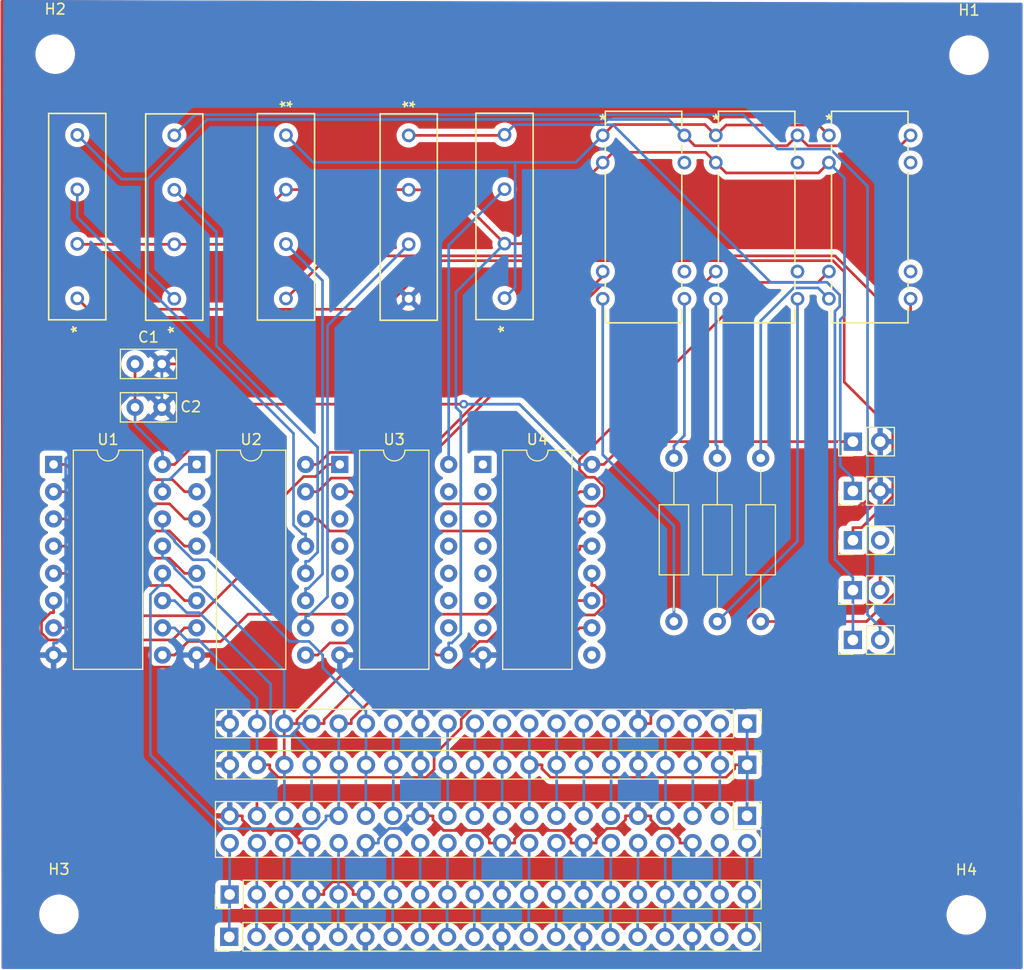
<source format=kicad_pcb>
(kicad_pcb (version 20240108) (generator "pcbnew") (generator_version "8.0")
  (layers (0 "F.Cu" signal) (31 "B.Cu" signal) (34 "B.Paste" user) (35 "F.Paste" user) (36 "B.SilkS" user "B.Silkscreen") (37 "F.SilkS" user "F.Silkscreen") (38 "B.Mask" user) (39 "F.Mask" user) (44 "Edge.Cuts" user))
  (net 0 "")
  (net 1 "Net-(J1-GPIO21{slash}PCM_DOUT)")
  (net 2 "B")
  (net 3 "+12V")
  (net 4 "Net-(K1-Pad7)")
  (net 5 "Net-(K1-Pad8)")
  (net 8 "A")
  (net 9 "Net-(K2-Pad7)")
  (net 10 "Net-(K2-Pad8)")
  (net 13 "Net-(K3-Pad7)")
  (net 14 "Net-(K3-Pad8)")
  (net 17 "+5V")
  (net 18 "/SER1")
  (net 19 "/RCLK")
  (net 20 "/SRCLK")
  (net 21 "/~{SRCLR}")
  (net 22 "VCC")
  (net 23 "D")
  (net 24 "/O_{11}")
  (net 25 "/O_{12}")
  (net 26 "/O_{13}")
  (net 27 "/O_{15}")
  (net 28 "Net-(MES1-+)")
  (net 29 "/~{OE}")
  (net 30 "/O_{16}")
  (net 31 "Net-(MES3-+)")
  (net 32 "C")
  (net 33 "/O_{17}")
  (net 34 "Net-(J1-GPIO25)")
  (net 35 "Net-(J1-GPIO8{slash}CE0)")
  (net 36 "Net-(J1-GPIO14{slash}TXD)")
  (net 37 "Net-(J1-GPIO12{slash}PWM0)")
  (net 38 "Net-(J1-GPIO20{slash}PCM_DIN)")
  (net 39 "Net-(J5-Pin_19)")
  (net 40 "Net-(J1-GPIO7{slash}CE1)")
  (net 41 "/O_{21}")
  (net 42 "Net-(J5-Pin_20)")
  (net 43 "/I_{12}")
  (net 44 "Net-(J1-GPIO15{slash}RXD)")
  (net 45 "/I_{13}")
  (net 46 "/I_{14}")
  (net 47 "Net-(J1-GPIO18{slash}PCM_CLK)")
  (net 48 "/I_{15}")
  (net 49 "Net-(J1-GPIO16)")
  (net 50 "Net-(J1-GPIO1{slash}ID_SC)")
  (net 51 "GND")
  (net 52 "/I_{16}")
  (net 53 "/I_{17}")
  (net 54 "/I_{21}")
  (net 55 "/SER2")
  (net 56 "/I_{11}")
  (net 57 "/O_{14}")
  (net 58 "/I_{22}")
  (net 59 "/I_{23}")
  (net 60 "/I_{24}")
  (net 61 "/I_{25}")
  (net 62 "/I_{26}")
  (net 63 "/I_{27}")
  (net 64 "/O_{27}")
  (net 65 "/O_{26}")
  (net 66 "/O_{25}")
  (net 67 "/O_{24}")
  (net 68 "/O_{23}")
  (net 69 "/O_{22}")
  (net 78 "Net-(J1-GPIO23)")
  (net 79 "Net-(J1-GPIO24)")
  (net 80 "Net-(J1-GPIO0{slash}ID_SD)")
  (net 81 "Net-(J1-GPIO11{slash}SCLK)")
  (net 82 "Net-(J1-GPIO17)")
  (net 83 "Net-(J1-GPIO10{slash}MOSI)")
  (net 84 "Net-(J1-GPIO9{slash}MISO)")
  (net 85 "Net-(J1-3v3Power)")
  (net 86 "Net-(J1-GPIO27)")
  (net 87 "Net-(J1-GPIO2{slash}SDA)")
  (net 88 "Net-(J1-3V3Power)")
  (net 89 "Net-(J1-GPIO4{slash}GPCLK0)")
  (net 90 "Net-(J1-GPIO3{slash}SCL)")
  (net 91 "Net-(J1-GPIO22)")
  (footprint "Package_DIP:DIP-16_W10.16mm" (layer "F.Cu") (at 125.55 73.78)
    (property "Reference" "U1")
    (property "Value" "74HC595N_112")
  )
  (footprint "rele_SPST_tese:SIP_3570-1331_COM" (layer "F.Cu") (at 127.76 58.28 90)
    (property "Reference" "K4" (hide yes))
    (property "Value" "3570-1331-123" (hide yes))
  )
  (footprint "Connector_PinHeader_2.54mm:PinHeader_1x20_P2.54mm_Vertical" (layer "F.Cu") (at 190.25 97.95 -90)
    (property "Reference" "J8" (hide yes))
    (property "Value" "Ext_OUT_PI" (hide yes))
  )
  (footprint "Resistor_THT:R_Axial_DIN0207_L6.3mm_D2.5mm_P15.24mm_Horizontal" (layer "F.Cu") (at 183.42 88.43 90)
    (property "Reference" "R1" (hide yes))
    (property "Value" "R1" (hide yes))
  )
  (footprint "Resistor_THT:R_Axial_DIN0207_L6.3mm_D2.5mm_P15.24mm_Horizontal" (layer "F.Cu") (at 191.52 88.43 90)
    (property "Reference" "R3" (hide yes))
    (property "Value" "R3" (hide yes))
  )
  (footprint "Package_DIP:DIP-16_W10.16mm" (layer "F.Cu") (at 165.6 73.78)
    (property "Reference" "U4")
    (property "Value" "74HC595N_112")
  )
  (footprint "MountingHole:MountingHole_3.2mm_M3" (layer "F.Cu") (at 210.7 115.8)
    (property "Reference" "H4")
    (property "Value" "MountingHole")
  )
  (footprint "Connector_PinHeader_2.54mm:PinHeader_1x02_P2.54mm_Vertical" (layer "F.Cu") (at 200.12 85.5 90)
    (property "Reference" "MES3" (hide yes))
    (property "Value" "Ammeter_DC")
  )
  (footprint "rele_SPST_tese:SIP_3570-1331_COM" (layer "F.Cu") (at 167.62 58.26 90)
    (property "Reference" "K8" (hide yes))
    (property "Value" "3570-1331-123" (hide yes))
  )
  (footprint "rele_SPST_tese:SIP_3570-1331_COM" (layer "F.Cu") (at 158.68 43.08 -90)
    (property "Reference" "K7" (hide yes))
    (property "Value" "3570-1331-123" (hide yes))
  )
  (footprint "Connector_PinHeader_2.54mm:PinHeader_1x20_P2.54mm_Vertical" (layer "F.Cu") (at 141.97 113.9 90)
    (property "Reference" "J5" (hide yes))
    (property "Value" "Ext_OUT_PI" (hide yes))
  )
  (footprint "rele_DPST_tese:RELAY8_3572-1220-053_COM" (layer "F.Cu") (at 197.8808 43.08)
    (property "Reference" "K3" (hide yes))
    (property "Value" "3572-1220-123" (hide yes))
  )
  (footprint "Connector_PinHeader_2.54mm:PinHeader_1x02_P2.54mm_Vertical" (layer "F.Cu") (at 200.12 90.15 90)
    (property "Reference" "MES1" (hide yes))
    (property "Value" "Voltmeter_DC")
  )
  (footprint "MountingHole:MountingHole_3.2mm_M3" (layer "F.Cu") (at 126.05 115.75)
    (property "Reference" "H3")
    (property "Value" "MountingHole")
  )
  (footprint "Capacitor_THT:C_Disc_D5.0mm_W2.5mm_P2.50mm" (layer "F.Cu") (at 133.15 64.4)
    (property "Reference" "C1")
    (property "Value" "0.1uF")
  )
  (footprint "Resistor_THT:R_Axial_DIN0207_L6.3mm_D2.5mm_P15.24mm_Horizontal" (layer "F.Cu") (at 187.47 88.43 90)
    (property "Reference" "R2" (hide yes))
    (property "Value" "R2" (hide yes))
  )
  (footprint "Connector_PinHeader_2.54mm:PinHeader_2x20_P2.54mm_Vertical" (layer "F.Cu") (at 190.24 106.56 -90)
    (property "Reference" "J1" (hide yes))
    (property "Value" "Raspberry PI5")
  )
  (footprint "Connector_PinHeader_2.54mm:PinHeader_1x02_P2.54mm_Vertical" (layer "F.Cu") (at 200.12 71.65 90)
    (property "Reference" "J4" (hide yes))
    (property "Value" "Fonte 5V")
  )
  (footprint "rele_DPST_tese:RELAY8_3572-1220-053_COM" (layer "F.Cu") (at 176.78 43.08)
    (property "Reference" "K1" (hide yes))
    (property "Value" "3572-1220-123" (hide yes))
  )
  (footprint "Connector_PinHeader_2.54mm:PinHeader_1x02_P2.54mm_Vertical" (layer "F.Cu") (at 200.12 80.85 90)
    (property "Reference" "J2" (hide yes))
    (property "Value" "Fonte dc")
  )
  (footprint "rele_DPST_tese:RELAY8_3572-1220-053_COM" (layer "F.Cu") (at 187.3304 43.08)
    (property "Reference" "K2" (hide yes))
    (property "Value" "3572-1220-123" (hide yes))
  )
  (footprint "Capacitor_THT:C_Disc_D5.0mm_W2.5mm_P2.50mm" (layer "F.Cu") (at 133.15 68.45)
    (property "Reference" "C2")
    (property "Value" "0.1uF")
  )
  (footprint "Connector_PinHeader_2.54mm:PinHeader_1x02_P2.54mm_Vertical" (layer "F.Cu") (at 200.12 76.25 90)
    (property "Reference" "J3" (hide yes))
    (property "Value" "Fonte 12V")
  )
  (footprint "Package_DIP:DIP-16_W10.16mm" (layer "F.Cu") (at 138.9 73.78)
    (property "Reference" "U2")
    (property "Value" "ULN2003")
  )
  (footprint "rele_SPST_tese:SIP_3570-1331_COM" (layer "F.Cu") (at 147.23 43.06 -90)
    (property "Reference" "K6" (hide yes))
    (property "Value" "3570-1331-123" (hide yes))
  )
  (footprint "MountingHole:MountingHole_3.2mm_M3" (layer "F.Cu") (at 125.7 35.5)
    (property "Reference" "H2")
    (property "Value" "MountingHole")
  )
  (footprint "rele_SPST_tese:SIP_3570-1331_COM" (layer "F.Cu") (at 136.81 58.32 90)
    (property "Reference" "K5" (hide yes))
    (property "Value" "3570-1331-123" (hide yes))
  )
  (footprint "MountingHole:MountingHole_3.2mm_M3" (layer "F.Cu") (at 210.95 35.6)
    (property "Reference" "H1")
    (property "Value" "MountingHole")
  )
  (footprint "Connector_PinHeader_2.54mm:PinHeader_1x20_P2.54mm_Vertical" (layer "F.Cu") (at 141.94 117.85 90)
    (property "Reference" "J6" (hide yes))
    (property "Value" "Ext_OUT_PI" (hide yes))
  )
  (footprint "Package_DIP:DIP-16_W10.16mm" (layer "F.Cu") (at 152.25 73.78)
    (property "Reference" "U3")
    (property "Value" "ULN2003")
  )
  (footprint "Connector_PinHeader_2.54mm:PinHeader_1x20_P2.54mm_Vertical" (layer "F.Cu") (at 190.26 101.8 -90)
    (property "Reference" "J7" (hide yes))
    (property "Value" "Ext_OUT_PI" (hide yes))
  )
  (segment (start 141.97 115.0767) (end 141.94 115.1067) (width 0.25) (layer "B.Cu") (net 1))
  (segment (start 141.94 115.1067) (end 141.94 117.85) (width 0.25) (layer "B.Cu") (net 1))
  (segment (start 141.97 113.9) (end 141.97 115.0767) (width 0.25) (layer "B.Cu") (net 1))
  (segment (start 141.98 110.2767) (end 141.97 110.2867) (width 0.25) (layer "B.Cu") (net 1))
  (segment (start 141.97 110.2867) (end 141.97 113.9) (width 0.25) (layer "B.Cu") (net 1))
  (segment (start 141.98 109.1) (end 141.98 110.2767) (width 0.25) (layer "B.Cu") (net 1))
  (segment (start 176.78 43.08) (end 177.789 42.071) (width 0.25) (layer "F.Cu") (net 2))
  (segment (start 188.2968 42.1136) (end 196.9144 42.1136) (width 0.25) (layer "F.Cu") (net 2))
  (segment (start 186.3214 42.071) (end 187.3304 43.08) (width 0.25) (layer "F.Cu") (net 2))
  (segment (start 187.3304 43.08) (end 188.2968 42.1136) (width 0.25) (layer "F.Cu") (net 2))
  (segment (start 177.789 42.071) (end 186.3214 42.071) (width 0.25) (layer "F.Cu") (net 2))
  (segment (start 196.9144 42.1136) (end 197.8808 43.08) (width 0.25) (layer "F.Cu") (net 2))
  (segment (start 149.76 45.59) (end 147.23 43.06) (width 0.25) (layer "B.Cu") (net 2))
  (segment (start 168.6071 45.59) (end 149.76 45.59) (width 0.25) (layer "B.Cu") (net 2))
  (segment (start 174.27 45.59) (end 168.6071 45.59) (width 0.25) (layer "B.Cu") (net 2))
  (segment (start 168.6071 45.59) (end 168.6071 57.2729) (width 0.25) (layer "B.Cu") (net 2))
  (segment (start 176.78 43.08) (end 174.27 45.59) (width 0.25) (layer "B.Cu") (net 2))
  (segment (start 168.6071 57.2729) (end 167.62 58.26) (width 0.25) (layer "B.Cu") (net 2))
  (segment (start 176.78 45.62) (end 169.22 53.18) (width 0.25) (layer "F.Cu") (net 3))
  (segment (start 187.3304 45.62) (end 188.2921 46.5817) (width 0.25) (layer "F.Cu") (net 3))
  (segment (start 136.81 53.24) (end 127.8 53.24) (width 0.25) (layer "F.Cu") (net 3))
  (segment (start 158.68 48.16) (end 158.66 48.14) (width 0.25) (layer "F.Cu") (net 3))
  (segment (start 162.41 91.56) (end 161.2833 91.56) (width 0.25) (layer "F.Cu") (net 3))
  (segment (start 158.68 48.16) (end 162.6 48.16) (width 0.25) (layer "F.Cu") (net 3))
  (segment (start 147.23 48.14) (end 142.13 53.24) (width 0.25) (layer "F.Cu") (net 3))
  (segment (start 169.22 53.18) (end 167.62 53.18) (width 0.25) (layer "F.Cu") (net 3))
  (segment (start 186.3686 44.6582) (end 177.7418 44.6582) (width 0.25) (layer "F.Cu") (net 3))
  (segment (start 177.7418 44.6582) (end 176.78 45.62) (width 0.25) (layer "F.Cu") (net 3))
  (segment (start 158.66 48.14) (end 147.23 48.14) (width 0.25) (layer "F.Cu") (net 3))
  (segment (start 187.3304 45.62) (end 186.3686 44.6582) (width 0.25) (layer "F.Cu") (net 3))
  (segment (start 151.3134 90.4333) (end 150.1867 91.56) (width 0.25) (layer "F.Cu") (net 3))
  (segment (start 161.2833 91.56) (end 160.1566 90.4333) (width 0.25) (layer "F.Cu") (net 3))
  (segment (start 127.8 53.24) (end 127.76 53.2) (width 0.25) (layer "F.Cu") (net 3))
  (segment (start 160.1566 90.4333) (end 151.3134 90.4333) (width 0.25) (layer "F.Cu") (net 3))
  (segment (start 149.06 91.56) (end 150.1867 91.56) (width 0.25) (layer "F.Cu") (net 3))
  (segment (start 196.9191 46.5817) (end 197.8808 45.62) (width 0.25) (layer "F.Cu") (net 3))
  (segment (start 188.2921 46.5817) (end 196.9191 46.5817) (width 0.25) (layer "F.Cu") (net 3))
  (segment (start 162.6 48.16) (end 167.62 53.18) (width 0.25) (layer "F.Cu") (net 3))
  (segment (start 142.13 53.24) (end 136.81 53.24) (width 0.25) (layer "F.Cu") (net 3))
  (segment (start 198.9433 73.8966) (end 200.12 75.0733) (width 0.25) (layer "B.Cu") (net 3))
  (segment (start 163.5367 68.91) (end 163.5367 89.5884) (width 0.25) (layer "B.Cu") (net 3))
  (segment (start 163.5367 89.5884) (end 162.6918 90.4333) (width 0.25) (layer "B.Cu") (net 3))
  (segment (start 162.6918 90.4333) (end 162.41 90.4333) (width 0.25) (layer "B.Cu") (net 3))
  (segment (start 200.12 76.25) (end 200.12 75.0733) (width 0.25) (layer "B.Cu") (net 3))
  (segment (start 162.41 91.56) (end 162.41 90.4333) (width 0.25) (layer "B.Cu") (net 3))
  (segment (start 197.8808 45.62) (end 199.3394 47.0786) (width 0.25) (layer "B.Cu") (net 3))
  (segment (start 199.3394 47.0786) (end 199.3394 59.8664) (width 0.25) (layer "B.Cu") (net 3))
  (segment (start 167.62 53.18) (end 163.084 57.716) (width 0.25) (layer "B.Cu") (net 3))
  (segment (start 198.9433 60.2625) (end 198.9433 73.8966) (width 0.25) (layer "B.Cu") (net 3))
  (segment (start 163.084 68.4573) (end 163.5367 68.91) (width 0.25) (layer "B.Cu") (net 3))
  (segment (start 199.3394 59.8664) (end 198.9433 60.2625) (width 0.25) (layer "B.Cu") (net 3))
  (segment (start 163.084 57.716) (end 163.084 68.4573) (width 0.25) (layer "B.Cu") (net 3))
  (segment (start 176.78 72.8698) (end 183.42 79.5098) (width 0.25) (layer "B.Cu") (net 4))
  (segment (start 176.78 58.32) (end 176.78 72.8698) (width 0.25) (layer "B.Cu") (net 4))
  (segment (start 183.42 79.5098) (end 183.42 88.43) (width 0.25) (layer "B.Cu") (net 4))
  (segment (start 184.4 58.32) (end 184.4 71.0833) (width 0.25) (layer "B.Cu") (net 5))
  (segment (start 184.4 71.0833) (end 183.42 72.0633) (width 0.25) (layer "B.Cu") (net 5))
  (segment (start 183.42 73.19) (end 183.42 72.0633) (width 0.25) (layer "B.Cu") (net 5))
  (segment (start 185.3617 44.0417) (end 184.4 43.08) (width 0.25) (layer "F.Cu") (net 8))
  (segment (start 194.9504 43.08) (end 195.9178 44.0474) (width 0.25) (layer "F.Cu") (net 8))
  (segment (start 204.5334 44.0474) (end 205.5008 43.08) (width 0.25) (layer "F.Cu") (net 8))
  (segment (start 194.9504 43.08) (end 193.9887 44.0417) (width 0.25) (layer "F.Cu") (net 8))
  (segment (start 195.9178 44.0474) (end 204.5334 44.0474) (width 0.25) (layer "F.Cu") (net 8))
  (segment (start 193.9887 44.0417) (end 185.3617 44.0417) (width 0.25) (layer "F.Cu") (net 8))
  (segment (start 131.8798 47.1598) (end 127.76 43.04) (width 0.25) (layer "B.Cu") (net 8))
  (segment (start 136.81 58.32) (end 134.31 55.82) (width 0.25) (layer "B.Cu") (net 8))
  (segment (start 139.8751 41.5947) (end 182.9147 41.5947) (width 0.25) (layer "B.Cu") (net 8))
  (segment (start 182.9147 41.5947) (end 184.4 43.08) (width 0.25) (layer "B.Cu") (net 8))
  (segment (start 134.31 55.82) (end 134.31 47.1598) (width 0.25) (layer "B.Cu") (net 8))
  (segment (start 134.31 47.1598) (end 139.8751 41.5947) (width 0.25) (layer "B.Cu") (net 8))
  (segment (start 134.31 47.1598) (end 131.8798 47.1598) (width 0.25) (layer "B.Cu") (net 8))
  (segment (start 187.47 73.19) (end 187.47 72.0633) (width 0.25) (layer "B.Cu") (net 9))
  (segment (start 187.3304 71.9237) (end 187.47 72.0633) (width 0.25) (layer "B.Cu") (net 9))
  (segment (start 187.3304 58.32) (end 187.3304 71.9237) (width 0.25) (layer "B.Cu") (net 9))
  (segment (start 194.9504 80.9496) (end 187.47 88.43) (width 0.25) (layer "B.Cu") (net 10))
  (segment (start 194.9504 58.32) (end 194.9504 80.9496) (width 0.25) (layer "B.Cu") (net 10))
  (segment (start 194.5915 57.3106) (end 191.52 60.3821) (width 0.25) (layer "B.Cu") (net 13))
  (segment (start 196.8714 57.3106) (end 194.5915 57.3106) (width 0.25) (layer "B.Cu") (net 13))
  (segment (start 191.52 60.3821) (end 191.52 73.19) (width 0.25) (layer "B.Cu") (net 13))
  (segment (start 197.8808 58.32) (end 196.8714 57.3106) (width 0.25) (layer "B.Cu") (net 13))
  (segment (start 201.3968 88.43) (end 191.52 88.43) (width 0.25) (layer "F.Cu") (net 14))
  (segment (start 205.5008 58.32) (end 205.5008 84.326) (width 0.25) (layer "F.Cu") (net 14))
  (segment (start 205.5008 84.326) (end 201.3968 88.43) (width 0.25) (layer "F.Cu") (net 14))
  (segment (start 133.15 68.45) (end 133.15 64.4) (width 0.25) (layer "F.Cu") (net 17))
  (segment (start 179.0167 71.65) (end 200.12 71.65) (width 0.25) (layer "F.Cu") (net 17))
  (segment (start 135.71 73.78) (end 136.8367 73.78) (width 0.25) (layer "F.Cu") (net 17))
  (segment (start 176.8867 73.78) (end 179.0167 71.65) (width 0.25) (layer "F.Cu") (net 17))
  (segment (start 175.76 73.78) (end 176.8867 73.78) (width 0.25) (layer "F.Cu") (net 17))
  (segment (start 142.4602 68.1565) (end 163.8108 68.1565) (width 0.25) (layer "F.Cu") (net 17))
  (segment (start 136.8367 73.78) (end 142.4602 68.1565) (width 0.25) (layer "F.Cu") (net 17))
  (via (at 163.8108 68.1565) (size 0.8) (drill 0.4) (layers "F.Cu" "B.Cu") (net 17))
  (segment (start 135.71 73.78) (end 135.71 72.6533) (width 0.25) (layer "B.Cu") (net 17))
  (segment (start 135.71 72.6533) (end 133.15 70.0933) (width 0.25) (layer "B.Cu") (net 17))
  (segment (start 175.76 73.78) (end 174.6333 73.78) (width 0.25) (layer "B.Cu") (net 17))
  (segment (start 174.6333 73.78) (end 169.0098 68.1565) (width 0.25) (layer "B.Cu") (net 17))
  (segment (start 133.15 70.0933) (end 133.15 68.45) (width 0.25) (layer "B.Cu") (net 17))
  (segment (start 169.0098 68.1565) (end 163.8108 68.1565) (width 0.25) (layer "B.Cu") (net 17))
  (segment (start 150.655 92.7383) (end 154.69 96.7733) (width 0.25) (layer "B.Cu") (net 18))
  (segment (start 135.71 78.86) (end 135.71 79.9867) (width 0.25) (layer "B.Cu") (net 18))
  (segment (start 147.562 90.29) (end 149.3887 90.29) (width 0.25) (layer "B.Cu") (net 18))
  (segment (start 135.71 79.9867) (end 135.9717 79.9867) (width 0.25) (layer "B.Cu") (net 18))
  (segment (start 149.3887 90.29) (end 150.655 91.5563) (width 0.25) (layer "B.Cu") (net 18))
  (segment (start 139.942 82.67) (end 147.562 90.29) (width 0.25) (layer "B.Cu") (net 18))
  (segment (start 138.5313 82.67) (end 139.942 82.67) (width 0.25) (layer "B.Cu") (net 18))
  (segment (start 154.7 101.8) (end 154.7 102.9767) (width 0.25) (layer "B.Cu") (net 18))
  (segment (start 136.8367 80.8517) (end 136.8367 80.9754) (width 0.25) (layer "B.Cu") (net 18))
  (segment (start 154.7 101.8) (end 154.7 99.1367) (width 0.25) (layer "B.Cu") (net 18))
  (segment (start 154.69 97.95) (end 154.69 99.1267) (width 0.25) (layer "B.Cu") (net 18))
  (segment (start 150.655 91.5563) (end 150.655 92.7383) (width 0.25) (layer "B.Cu") (net 18))
  (segment (start 136.8367 80.9754) (end 138.5313 82.67) (width 0.25) (layer "B.Cu") (net 18))
  (segment (start 135.9717 79.9867) (end 136.8367 80.8517) (width 0.25) (layer "B.Cu") (net 18))
  (segment (start 154.69 97.95) (end 154.69 96.7733) (width 0.25) (layer "B.Cu") (net 18))
  (segment (start 154.68 102.9967) (end 154.7 102.9767) (width 0.25) (layer "B.Cu") (net 18))
  (segment (start 154.7 99.1367) (end 154.69 99.1267) (width 0.25) (layer "B.Cu") (net 18))
  (segment (start 154.68 106.56) (end 154.68 102.9967) (width 0.25) (layer "B.Cu") (net 18))
  (segment (start 153.3267 97.95) (end 153.3267 97.5823) (width 0.25) (layer "F.Cu") (net 19))
  (segment (start 176.9064 85.9314) (end 176.0417 85.0667) (width 0.25) (layer "F.Cu") (net 19))
  (segment (start 166.4121 94.8046) (end 173.3928 87.8239) (width 0.25) (layer "F.Cu") (net 19))
  (segment (start 156.1044 94.8046) (end 166.4121 94.8046) (width 0.25) (layer "F.Cu") (net 19))
  (segment (start 152.15 97.95) (end 153.3267 97.95) (width 0.25) (layer "F.Cu") (net 19))
  (segment (start 175.76 83.94) (end 175.76 85.0667) (width 0.25) (layer "F.Cu") (net 19))
  (segment (start 173.3928 87.8239) (end 176.0283 87.8239) (width 0.25) (layer "F.Cu") (net 19))
  (segment (start 176.9064 86.9458) (end 176.9064 85.9314) (width 0.25) (layer "F.Cu") (net 19))
  (segment (start 176.0283 87.8239) (end 176.9064 86.9458) (width 0.25) (layer "F.Cu") (net 19))
  (segment (start 176.0417 85.0667) (end 175.76 85.0667) (width 0.25) (layer "F.Cu") (net 19))
  (segment (start 153.3267 97.5823) (end 156.1044 94.8046) (width 0.25) (layer "F.Cu") (net 19))
  (segment (start 152.15 97.95) (end 152.15 100.6133) (width 0.25) (layer "B.Cu") (net 19))
  (segment (start 134.5833 85.9116) (end 135.4282 85.0667) (width 0.25) (layer "B.Cu") (net 19))
  (segment (start 152.16 105.3633) (end 152.16 101.8) (width 0.25) (layer "B.Cu") (net 19))
  (segment (start 150.1404 107.7506) (end 141.4587 107.7506) (width 0.25) (layer "B.Cu") (net 19))
  (segment (start 152.15 100.6133) (end 152.16 100.6233) (width 0.25) (layer "B.Cu") (net 19))
  (segment (start 152.16 101.8) (end 152.16 100.6233) (width 0.25) (layer "B.Cu") (net 19))
  (segment (start 150.9633 106.9277) (end 150.1404 107.7506) (width 0.25) (layer "B.Cu") (net 19))
  (segment (start 135.4282 85.0667) (end 135.71 85.0667) (width 0.25) (layer "B.Cu") (net 19))
  (segment (start 135.71 83.94) (end 135.71 85.0667) (width 0.25) (layer "B.Cu") (net 19))
  (segment (start 141.4587 107.7506) (end 134.5833 100.8752) (width 0.25) (layer "B.Cu") (net 19))
  (segment (start 152.14 105.9716) (end 152.14 106.56) (width 0.25) (layer "B.Cu") (net 19))
  (segment (start 152.14 105.9716) (end 152.14 105.3833) (width 0.25) (layer "B.Cu") (net 19))
  (segment (start 150.9633 106.56) (end 150.9633 106.9277) (width 0.25) (layer "B.Cu") (net 19))
  (segment (start 134.5833 100.8752) (end 134.5833 85.9116) (width 0.25) (layer "B.Cu") (net 19))
  (segment (start 152.14 105.3833) (end 152.16 105.3633) (width 0.25) (layer "B.Cu") (net 19))
  (segment (start 152.14 106.56) (end 150.9633 106.56) (width 0.25) (layer "B.Cu") (net 19))
  (segment (start 149.61 97.95) (end 150.7867 97.95) (width 0.25) (layer "F.Cu") (net 20))
  (segment (start 154.4723 93.903) (end 166.5718 93.903) (width 0.25) (layer "F.Cu") (net 20))
  (segment (start 150.7867 97.95) (end 150.7867 97.5886) (width 0.25) (layer "F.Cu") (net 20))
  (segment (start 150.7867 97.5886) (end 154.4723 93.903) (width 0.25) (layer "F.Cu") (net 20))
  (segment (start 175.76 86.48) (end 174.6333 86.48) (width 0.25) (layer "F.Cu") (net 20))
  (segment (start 166.5718 93.903) (end 173.9948 86.48) (width 0.25) (layer "F.Cu") (net 20))
  (segment (start 173.9948 86.48) (end 174.6333 86.48) (width 0.25) (layer "F.Cu") (net 20))
  (segment (start 137.9634 87.6067) (end 136.8367 86.48) (width 0.25) (layer "B.Cu") (net 20))
  (segment (start 149.61 97.95) (end 148.4333 97.95) (width 0.25) (layer "B.Cu") (net 20))
  (segment (start 149.62 105.3633) (end 149.62 101.8) (width 0.25) (layer "B.Cu") (net 20))
  (segment (start 145.8 98.405) (end 145.8 94.2686) (width 0.25) (layer "B.Cu") (net 20))
  (segment (start 148.4333 97.95) (end 148.4333 98.3177) (width 0.25) (layer "B.Cu") (net 20))
  (segment (start 149.6 105.3833) (end 149.62 105.3633) (width 0.25) (layer "B.Cu") (net 20))
  (segment (start 148.4333 98.3177) (end 147.8739 98.8771) (width 0.25) (layer "B.Cu") (net 20))
  (segment (start 149.6 106.56) (end 149.6 105.3833) (width 0.25) (layer "B.Cu") (net 20))
  (segment (start 145.8 94.2686) (end 139.1381 87.6067) (width 0.25) (layer "B.Cu") (net 20))
  (segment (start 139.1381 87.6067) (end 137.9634 87.6067) (width 0.25) (layer "B.Cu") (net 20))
  (segment (start 147.8739 98.8771) (end 149.62 100.6233) (width 0.25) (layer "B.Cu") (net 20))
  (segment (start 146.5319 99.1369) (end 145.8 98.405) (width 0.25) (layer "B.Cu") (net 20))
  (segment (start 149.62 101.8) (end 149.62 100.6233) (width 0.25) (layer "B.Cu") (net 20))
  (segment (start 135.71 86.48) (end 136.8367 86.48) (width 0.25) (layer "B.Cu") (net 20))
  (segment (start 147.6141 99.1369) (end 146.5319 99.1369) (width 0.25) (layer "B.Cu") (net 20))
  (segment (start 147.8739 98.8771) (end 147.6141 99.1369) (width 0.25) (layer "B.Cu") (net 20))
  (segment (start 164.7376 96.3878) (end 163.58 97.5454) (width 0.25) (layer "F.Cu") (net 21))
  (segment (start 146.5256 102.9767) (end 145.7167 102.1678) (width 0.25) (layer "F.Cu") (net 21))
  (segment (start 146.5256 102.9767) (end 144.52 104.9823) (width 0.25) (layer "F.Cu") (net 21))
  (segment (start 160.3035 102.9767) (end 146.5256 102.9767) (width 0.25) (layer "F.Cu") (net 21))
  (segment (start 144.52 104.9823) (end 144.52 106.56) (width 0.25) (layer "F.Cu") (net 21))
  (segment (start 174.6333 89.02) (end 167.2655 96.3878) (width 0.25) (layer "F.Cu") (net 21))
  (segment (start 175.76 89.02) (end 174.6333 89.02) (width 0.25) (layer "F.Cu") (net 21))
  (segment (start 161.05 102.2302) (end 160.3035 102.9767) (width 0.25) (layer "F.Cu") (net 21))
  (segment (start 163.58 98.3494) (end 161.05 100.8794) (width 0.25) (layer "F.Cu") (net 21))
  (segment (start 161.05 100.8794) (end 161.05 102.2302) (width 0.25) (layer "F.Cu") (net 21))
  (segment (start 145.7167 102.1678) (end 145.7167 101.8) (width 0.25) (layer "F.Cu") (net 21))
  (segment (start 163.58 97.5454) (end 163.58 98.3494) (width 0.25) (layer "F.Cu") (net 21))
  (segment (start 144.54 101.8) (end 145.7167 101.8) (width 0.25) (layer "F.Cu") (net 21))
  (segment (start 167.2655 96.3878) (end 164.7376 96.3878) (width 0.25) (layer "F.Cu") (net 21))
  (segment (start 144.53 100.6133) (end 144.53 97.95) (width 0.25) (layer "B.Cu") (net 21))
  (segment (start 144.54 100.6233) (end 144.53 100.6133) (width 0.25) (layer "B.Cu") (net 21))
  (segment (start 144.53 97.95) (end 144.53 95.5944) (width 0.25) (layer "B.Cu") (net 21))
  (segment (start 135.71 89.02) (end 136.8367 89.02) (width 0.25) (layer "B.Cu") (net 21))
  (segment (start 137.9634 90.1467) (end 136.8367 89.02) (width 0.25) (layer "B.Cu") (net 21))
  (segment (start 144.53 95.5944) (end 139.0823 90.1467) (width 0.25) (layer "B.Cu") (net 21))
  (segment (start 139.0823 90.1467) (end 137.9634 90.1467) (width 0.25) (layer "B.Cu") (net 21))
  (segment (start 144.54 101.8) (end 144.54 100.6233) (width 0.25) (layer "B.Cu") (net 21))
  (segment (start 200.12 80.85) (end 200.12 79.6733) (width 0.25) (layer "F.Cu") (net 22))
  (segment (start 199.309 55.8132) (end 199.309 66.0923) (width 0.25) (layer "F.Cu") (net 22))
  (segment (start 203.8367 70.62) (end 203.8367 76.7656) (width 0.25) (layer "F.Cu") (net 22))
  (segment (start 128.7816 59.3016) (end 156.3383 59.3016) (width 0.25) (layer "F.Cu") (net 22))
  (segment (start 199.309 66.0923) (end 203.8367 70.62) (width 0.25) (layer "F.Cu") (net 22))
  (segment (start 203.8367 76.7656) (end 200.929 79.6733) (width 0.25) (layer "F.Cu") (net 22))
  (segment (start 200.929 79.6733) (end 200.12 79.6733) (width 0.25) (layer "F.Cu") (net 22))
  (segment (start 127.76 58.28) (end 128.7816 59.3016) (width 0.25) (layer "F.Cu") (net 22))
  (segment (start 160.8701 54.7698) (end 198.2656 54.7698) (width 0.25) (layer "F.Cu") (net 22))
  (segment (start 198.2656 54.7698) (end 199.309 55.8132) (width 0.25) (layer "F.Cu") (net 22))
  (segment (start 156.3383 59.3016) (end 160.8701 54.7698) (width 0.25) (layer "F.Cu") (net 22))
  (segment (start 151.3134 72.6533) (end 150.1867 73.78) (width 0.25) (layer "F.Cu") (net 24))
  (segment (start 160.3418 72.6533) (end 151.3134 72.6533) (width 0.25) (layer "F.Cu") (net 24))
  (segment (start 176.78 55.78) (end 176.78 56.2151) (width 0.25) (layer "F.Cu") (net 24))
  (segment (start 149.06 73.78) (end 150.1867 73.78) (width 0.25) (layer "F.Cu") (net 24))
  (segment (start 176.78 56.2151) (end 160.3418 72.6533) (width 0.25) (layer "F.Cu") (net 24))
  (segment (start 151.4568 75.0499) (end 158.6615 75.0499) (width 0.25) (layer "F.Cu") (net 25))
  (segment (start 150.1867 76.32) (end 151.4568 75.0499) (width 0.25) (layer "F.Cu") (net 25))
  (segment (start 149.06 76.32) (end 150.1867 76.32) (width 0.25) (layer "F.Cu") (net 25))
  (segment (start 176.6614 57.05) (end 186.0604 57.05) (width 0.25) (layer "F.Cu") (net 25))
  (segment (start 186.0604 57.05) (end 187.3304 55.78) (width 0.25) (layer "F.Cu") (net 25))
  (segment (start 158.6615 75.0499) (end 176.6614 57.05) (width 0.25) (layer "F.Cu") (net 25))
  (segment (start 197.8808 55.78) (end 196.8633 56.7975) (width 0.25) (layer "F.Cu") (net 26))
  (segment (start 176.0947 77.6717) (end 174.6966 77.6717) (width 0.25) (layer "F.Cu") (net 26))
  (segment (start 174.6081 74.2558) (end 175.3284 74.9761) (width 0.25) (layer "F.Cu") (net 26))
  (segment (start 174.6966 77.6717) (end 172.3816 79.9867) (width 0.25) (layer "F.Cu") (net 26))
  (segment (start 149.06 78.86) (end 150.1867 78.86) (width 0.25) (layer "F.Cu") (net 26))
  (segment (start 196.8633 56.7975) (end 191.1335 56.7975) (width 0.25) (layer "F.Cu") (net 26))
  (segment (start 191.1335 56.7975) (end 174.6081 73.3229) (width 0.25) (layer "F.Cu") (net 26))
  (segment (start 175.3284 74.9761) (end 176.0143 74.9761) (width 0.25) (layer "F.Cu") (net 26))
  (segment (start 151.3134 79.9867) (end 150.1867 78.86) (width 0.25) (layer "F.Cu") (net 26))
  (segment (start 174.6081 73.3229) (end 174.6081 74.2558) (width 0.25) (layer "F.Cu") (net 26))
  (segment (start 176.9287 75.8905) (end 176.9287 76.8377) (width 0.25) (layer "F.Cu") (net 26))
  (segment (start 176.0143 74.9761) (end 176.9287 75.8905) (width 0.25) (layer "F.Cu") (net 26))
  (segment (start 172.3816 79.9867) (end 151.3134 79.9867) (width 0.25) (layer "F.Cu") (net 26))
  (segment (start 176.9287 76.8377) (end 176.0947 77.6717) (width 0.25) (layer "F.Cu") (net 26))
  (segment (start 149.3418 82.8133) (end 149.06 82.8133) (width 0.25) (layer "B.Cu") (net 27))
  (segment (start 150.1867 81.9684) (end 149.3418 82.8133) (width 0.25) (layer "B.Cu") (net 27))
  (segment (start 149.06 83.94) (end 149.06 82.8133) (width 0.25) (layer "B.Cu") (net 27))
  (segment (start 140.7427 62.7276) (end 150.1867 72.1716) (width 0.25) (layer "B.Cu") (net 27))
  (segment (start 150.1867 72.1716) (end 150.1867 81.9684) (width 0.25) (layer "B.Cu") (net 27))
  (segment (start 140.7427 52.0927) (end 140.7427 62.7276) (width 0.25) (layer "B.Cu") (net 27))
  (segment (start 136.81 48.16) (end 140.7427 52.0927) (width 0.25) (layer "B.Cu") (net 27))
  (segment (start 138.747 41.143) (end 189.8834 41.143) (width 0.25) (layer "B.Cu") (net 28))
  (segment (start 193.0904 44.35) (end 198.0075 44.35) (width 0.25) (layer "B.Cu") (net 28))
  (segment (start 201.4833 47.8258) (end 201.4833 87.7966) (width 0.25) (layer "B.Cu") (net 28))
  (segment (start 201.4833 87.7966) (end 202.66 88.9733) (width 0.25) (layer "B.Cu") (net 28))
  (segment (start 202.66 90.15) (end 202.66 88.9733) (width 0.25) (layer "B.Cu") (net 28))
  (segment (start 198.0075 44.35) (end 201.4833 47.8258) (width 0.25) (layer "B.Cu") (net 28))
  (segment (start 189.8834 41.143) (end 193.0904 44.35) (width 0.25) (layer "B.Cu") (net 28))
  (segment (start 136.81 43.08) (end 138.747 41.143) (width 0.25) (layer "B.Cu") (net 28))
  (segment (start 152.6008 93.2282) (end 148.2467 97.5823) (width 0.25) (layer "F.Cu") (net 29))
  (segment (start 147.08 101.8) (end 147.08 100.6233) (width 0.25) (layer "F.Cu") (net 29))
  (segment (start 147.08 100.6233) (end 147.07 100.6133) (width 0.25) (layer "F.Cu") (net 29))
  (segment (start 147.07 97.95) (end 148.2467 97.95) (width 0.25) (layer "F.Cu") (net 29))
  (segment (start 165.2713 90.29) (end 164.005 91.5563) (width 0.25) (layer "F.Cu") (net 29))
  (segment (start 147.07 100.6133) (end 147.07 97.95) (width 0.25) (layer "F.Cu") (net 29))
  (segment (start 164.005 91.5563) (end 164.005 91.6974) (width 0.25) (layer "F.Cu") (net 29))
  (segment (start 162.4742 93.2282) (end 152.6008 93.2282) (width 0.25) (layer "F.Cu") (net 29))
  (segment (start 164.005 91.6974) (end 162.4742 93.2282) (width 0.25) (layer "F.Cu") (net 29))
  (segment (start 148.2467 97.5823) (end 148.2467 97.95) (width 0.25) (layer "F.Cu") (net 29))
  (segment (start 175.76 81.4) (end 174.6333 81.4) (width 0.25) (layer "F.Cu") (net 29))
  (segment (start 174.6333 81.4) (end 174.6333 81.6817) (width 0.25) (layer "F.Cu") (net 29))
  (segment (start 174.6333 81.6817) (end 166.025 90.29) (width 0.25) (layer "F.Cu") (net 29))
  (segment (start 166.025 90.29) (end 165.2713 90.29) (width 0.25) (layer "F.Cu") (net 29))
  (segment (start 136.8367 83.3567) (end 136.0067 82.5267) (width 0.25) (layer "B.Cu") (net 29))
  (segment (start 147.08 105.3633) (end 147.08 101.8) (width 0.25) (layer "B.Cu") (net 29))
  (segment (start 147.06 106.56) (end 147.06 105.3833) (width 0.25) (layer "B.Cu") (net 29))
  (segment (start 136.0067 82.5267) (end 135.71 82.5267) (width 0.25) (layer "B.Cu") (net 29))
  (segment (start 147.06 105.3833) (end 147.08 105.3633) (width 0.25) (layer "B.Cu") (net 29))
  (segment (start 147.07 97.95) (end 147.07 93.0338) (width 0.25) (layer "B.Cu") (net 29))
  (segment (start 147.07 93.0338) (end 139.2462 85.21) (width 0.25) (layer "B.Cu") (net 29))
  (segment (start 135.71 81.4) (end 135.71 82.5267) (width 0.25) (layer "B.Cu") (net 29))
  (segment (start 138.5713 85.21) (end 136.8367 83.4754) (width 0.25) (layer "B.Cu") (net 29))
  (segment (start 139.2462 85.21) (end 138.5713 85.21) (width 0.25) (layer "B.Cu") (net 29))
  (segment (start 136.8367 83.4754) (end 136.8367 83.3567) (width 0.25) (layer "B.Cu") (net 29))
  (segment (start 147.23 53.22) (end 150.6384 56.6284) (width 0.25) (layer "B.Cu") (net 30))
  (segment (start 149.06 86.48) (end 149.06 85.3533) (width 0.25) (layer "B.Cu") (net 30))
  (segment (start 150.6384 84.005) (end 149.2901 85.3533) (width 0.25) (layer "B.Cu") (net 30))
  (segment (start 149.2901 85.3533) (end 149.06 85.3533) (width 0.25) (layer "B.Cu") (net 30))
  (segment (start 150.6384 56.6284) (end 150.6384 84.005) (width 0.25) (layer "B.Cu") (net 30))
  (segment (start 198.4527 54.3181) (end 204.2884 60.1538) (width 0.25) (layer "F.Cu") (net 31))
  (segment (start 202.66 85.5) (end 202.66 84.3233) (width 0.25) (layer "F.Cu") (net 31))
  (segment (start 147.23 58.3) (end 151.2119 54.3181) (width 0.25) (layer "F.Cu") (net 31))
  (segment (start 204.2884 60.1538) (end 204.2884 82.6949) (width 0.25) (layer "F.Cu") (net 31))
  (segment (start 204.2884 82.6949) (end 202.66 84.3233) (width 0.25) (layer "F.Cu") (net 31))
  (segment (start 151.2119 54.3181) (end 198.4527 54.3181) (width 0.25) (layer "F.Cu") (net 31))
  (segment (start 158.68 43.08) (end 167.56 43.08) (width 0.25) (layer "F.Cu") (net 32))
  (segment (start 167.56 43.08) (end 167.62 43.02) (width 0.25) (layer "F.Cu") (net 32))
  (segment (start 200.12 85.5) (end 200.12 84.3233) (width 0.25) (layer "B.Cu") (net 32))
  (segment (start 167.62 43.02) (end 168.5584 42.0816) (width 0.25) (layer "B.Cu") (net 32))
  (segment (start 200.12 90.15) (end 200.12 85.5) (width 0.25) (layer "B.Cu") (net 32))
  (segment (start 198.4405 59.4898) (end 198.4405 82.6438) (width 0.25) (layer "B.Cu") (net 32))
  (segment (start 192.4325 56.7825) (end 197.7052 56.7825) (width 0.25) (layer "B.Cu") (net 32))
  (segment (start 177.7316 42.0816) (end 192.4325 56.7825) (width 0.25) (layer "B.Cu") (net 32))
  (segment (start 198.8877 57.965) (end 198.8877 59.0426) (width 0.25) (layer "B.Cu") (net 32))
  (segment (start 198.8877 59.0426) (end 198.4405 59.4898) (width 0.25) (layer "B.Cu") (net 32))
  (segment (start 197.7052 56.7825) (end 198.8877 57.965) (width 0.25) (layer "B.Cu") (net 32))
  (segment (start 168.5584 42.0816) (end 177.7316 42.0816) (width 0.25) (layer "B.Cu") (net 32))
  (segment (start 198.4405 82.6438) (end 200.12 84.3233) (width 0.25) (layer "B.Cu") (net 32))
  (segment (start 151.1068 86.1282) (end 149.3417 87.8933) (width 0.25) (layer "B.Cu") (net 33))
  (segment (start 151.1068 60.8132) (end 151.1068 86.1282) (width 0.25) (layer "B.Cu") (net 33))
  (segment (start 149.3417 87.8933) (end 149.06 87.8933) (width 0.25) (layer "B.Cu") (net 33))
  (segment (start 158.68 53.24) (end 151.1068 60.8132) (width 0.25) (layer "B.Cu") (net 33))
  (segment (start 149.06 89.02) (end 149.06 87.8933) (width 0.25) (layer "B.Cu") (net 33))
  (segment (start 164.83 115.0767) (end 164.8 115.1067) (width 0.25) (layer "B.Cu") (net 34))
  (segment (start 164.8 115.1067) (end 164.8 117.85) (width 0.25) (layer "B.Cu") (net 34))
  (segment (start 164.84 109.1) (end 164.84 110.2767) (width 0.25) (layer "B.Cu") (net 34))
  (segment (start 164.84 110.2767) (end 164.83 110.2867) (width 0.25) (layer "B.Cu") (net 34))
  (segment (start 164.83 113.9) (end 164.83 115.0767) (width 0.25) (layer "B.Cu") (net 34))
  (segment (start 164.83 110.2867) (end 164.83 113.9) (width 0.25) (layer "B.Cu") (net 34))
  (segment (start 162.3 109.1) (end 162.3 110.2767) (width 0.25) (layer "B.Cu") (net 35))
  (segment (start 162.29 115.0767) (end 162.26 115.1067) (width 0.25) (layer "B.Cu") (net 35))
  (segment (start 162.29 110.2867) (end 162.29 113.9) (width 0.25) (layer "B.Cu") (net 35))
  (segment (start 162.26 115.1067) (end 162.26 117.85) (width 0.25) (layer "B.Cu") (net 35))
  (segment (start 162.3 110.2767) (end 162.29 110.2867) (width 0.25) (layer "B.Cu") (net 35))
  (segment (start 162.29 113.9) (end 162.29 115.0767) (width 0.25) (layer "B.Cu") (net 35))
  (segment (start 182.62 110.2767) (end 182.61 110.2867) (width 0.25) (layer "B.Cu") (net 36))
  (segment (start 182.58 115.1067) (end 182.58 117.85) (width 0.25) (layer "B.Cu") (net 36))
  (segment (start 182.61 115.0767) (end 182.58 115.1067) (width 0.25) (layer "B.Cu") (net 36))
  (segment (start 182.61 113.9) (end 182.61 115.0767) (width 0.25) (layer "B.Cu") (net 36))
  (segment (start 182.61 110.2867) (end 182.61 113.9) (width 0.25) (layer "B.Cu") (net 36))
  (segment (start 182.62 109.1) (end 182.62 110.2767) (width 0.25) (layer "B.Cu") (net 36))
  (segment (start 152.14 109.1) (end 152.14 110.2767) (width 0.25) (layer "B.Cu") (net 37))
  (segment (start 152.1 115.1067) (end 152.1 117.85) (width 0.25) (layer "B.Cu") (net 37))
  (segment (start 152.13 110.2867) (end 152.13 113.9) (width 0.25) (layer "B.Cu") (net 37))
  (segment (start 152.13 113.9) (end 152.13 115.0767) (width 0.25) (layer "B.Cu") (net 37))
  (segment (start 152.13 115.0767) (end 152.1 115.1067) (width 0.25) (layer "B.Cu") (net 37))
  (segment (start 152.14 110.2767) (end 152.13 110.2867) (width 0.25) (layer "B.Cu") (net 37))
  (segment (start 144.51 110.2867) (end 144.51 113.9) (width 0.25) (layer "B.Cu") (net 38))
  (segment (start 144.51 116.6433) (end 144.48 116.6733) (width 0.25) (layer "B.Cu") (net 38))
  (segment (start 144.51 113.9) (end 144.51 116.6433) (width 0.25) (layer "B.Cu") (net 38))
  (segment (start 144.52 110.2767) (end 144.51 110.2867) (width 0.25) (layer "B.Cu") (net 38))
  (segment (start 144.48 117.85) (end 144.48 116.6733) (width 0.25) (layer "B.Cu") (net 38))
  (segment (start 144.52 109.1) (end 144.52 110.2767) (width 0.25) (layer "B.Cu") (net 38))
  (segment (start 187.69 113.9) (end 187.69 115.0767) (width 0.25) (layer "B.Cu") (net 39))
  (segment (start 187.7 110.2767) (end 187.69 110.2867) (width 0.25) (layer "B.Cu") (net 39))
  (segment (start 187.69 110.2867) (end 187.69 113.9) (width 0.25) (layer "B.Cu") (net 39))
  (segment (start 187.69 115.0767) (end 187.66 115.1067) (width 0.25) (layer "B.Cu") (net 39))
  (segment (start 187.7 109.1) (end 187.7 110.2767) (width 0.25) (layer "B.Cu") (net 39))
  (segment (start 187.66 115.1067) (end 187.66 117.85) (width 0.25) (layer "B.Cu") (net 39))
  (segment (start 159.76 109.1) (end 159.76 110.2767) (width 0.25) (layer "B.Cu") (net 40))
  (segment (start 159.72 115.1067) (end 159.72 117.85) (width 0.25) (layer "B.Cu") (net 40))
  (segment (start 159.76 110.2767) (end 159.75 110.2867) (width 0.25) (layer "B.Cu") (net 40))
  (segment (start 159.75 115.0767) (end 159.72 115.1067) (width 0.25) (layer "B.Cu") (net 40))
  (segment (start 159.75 110.2867) (end 159.75 113.9) (width 0.25) (layer "B.Cu") (net 40))
  (segment (start 159.75 113.9) (end 159.75 115.0767) (width 0.25) (layer "B.Cu") (net 40))
  (segment (start 167.62 48.1) (end 162.41 53.31) (width 0.25) (layer "B.Cu") (net 41))
  (segment (start 162.41 53.31) (end 162.41 73.78) (width 0.25) (layer "B.Cu") (net 41))
  (segment (start 190.23 113.9) (end 190.23 115.0767) (width 0.25) (layer "B.Cu") (net 42))
  (segment (start 190.24 109.1) (end 190.24 110.2767) (width 0.25) (layer "B.Cu") (net 42))
  (segment (start 190.2 115.1067) (end 190.2 117.85) (width 0.25) (layer "B.Cu") (net 42))
  (segment (start 190.23 110.2867) (end 190.23 113.9) (width 0.25) (layer "B.Cu") (net 42))
  (segment (start 190.23 115.0767) (end 190.2 115.1067) (width 0.25) (layer "B.Cu") (net 42))
  (segment (start 190.24 110.2767) (end 190.23 110.2867) (width 0.25) (layer "B.Cu") (net 42))
  (segment (start 138.9 76.32) (end 137.7733 76.32) (width 0.25) (layer "F.Cu") (net 43))
  (segment (start 136.6466 75.1933) (end 137.7733 76.32) (width 0.25) (layer "F.Cu") (net 43))
  (segment (start 125.55 73.78) (end 126.6767 73.78) (width 0.25) (layer "F.Cu") (net 43))
  (segment (start 128.09 75.1933) (end 136.6466 75.1933) (width 0.25) (layer "F.Cu") (net 43))
  (segment (start 126.6767 73.78) (end 128.09 75.1933) (width 0.25) (layer "F.Cu") (net 43))
  (segment (start 180.07 113.9) (end 180.07 115.0767) (width 0.25) (layer "B.Cu") (net 44))
  (segment (start 180.08 109.1) (end 180.08 110.2767) (width 0.25) (layer "B.Cu") (net 44))
  (segment (start 180.04 115.1067) (end 180.04 117.85) (width 0.25) (layer "B.Cu") (net 44))
  (segment (start 180.07 115.0767) (end 180.04 115.1067) (width 0.25) (layer "B.Cu") (net 44))
  (segment (start 180.08 110.2767) (end 180.07 110.2867) (width 0.25) (layer "B.Cu") (net 44))
  (segment (start 180.07 110.2867) (end 180.07 113.9) (width 0.25) (layer "B.Cu") (net 44))
  (segment (start 137.7733 78.86) (end 136.36 77.4467) (width 0.25) (layer "F.Cu") (net 45))
  (segment (start 125.55 76.32) (end 126.6767 76.32) (width 0.25) (layer "F.Cu") (net 45))
  (segment (start 138.9 78.86) (end 137.7733 78.86) (width 0.25) (layer "F.Cu") (net 45))
  (segment (start 136.36 77.4467) (end 127.8034 77.4467) (width 0.25) (layer "F.Cu") (net 45))
  (segment (start 127.8034 77.4467) (end 126.6767 76.32) (width 0.25) (layer "F.Cu") (net 45))
  (segment (start 138.9 81.4) (end 137.7733 81.4) (width 0.25) (layer "F.Cu") (net 46))
  (segment (start 127.8034 79.9867) (end 126.6767 78.86) (width 0.25) (layer "F.Cu") (net 46))
  (segment (start 136.36 79.9867) (end 127.8034 79.9867) (width 0.25) (layer "F.Cu") (net 46))
  (segment (start 125.55 78.86) (end 126.6767 78.86) (width 0.25) (layer "F.Cu") (net 46))
  (segment (start 137.7733 81.4) (end 136.36 79.9867) (width 0.25) (layer "F.Cu") (net 46))
  (segment (start 177.53 115.0767) (end 177.5 115.1067) (width 0.25) (layer "B.Cu") (net 47))
  (segment (start 177.5 115.1067) (end 177.5 117.85) (width 0.25) (layer "B.Cu") (net 47))
  (segment (start 177.54 109.1) (end 177.54 110.2767) (width 0.25) (layer "B.Cu") (net 47))
  (segment (start 177.53 113.9) (end 177.53 115.0767) (width 0.25) (layer "B.Cu") (net 47))
  (segment (start 177.54 110.2767) (end 177.53 110.2867) (width 0.25) (layer "B.Cu") (net 47))
  (segment (start 177.53 110.2867) (end 177.53 113.9) (width 0.25) (layer "B.Cu") (net 47))
  (segment (start 136.36 82.5267) (end 127.8034 82.5267) (width 0.25) (layer "F.Cu") (net 48))
  (segment (start 138.9 83.94) (end 137.7733 83.94) (width 0.25) (layer "F.Cu") (net 48))
  (segment (start 137.7733 83.94) (end 136.36 82.5267) (width 0.25) (layer "F.Cu") (net 48))
  (segment (start 127.8034 82.5267) (end 126.6767 81.4) (width 0.25) (layer "F.Cu") (net 48))
  (segment (start 125.55 81.4) (end 126.6767 81.4) (width 0.25) (layer "F.Cu") (net 48))
  (segment (start 147.05 113.9) (end 147.05 115.0767) (width 0.25) (layer "B.Cu") (net 49))
  (segment (start 147.06 109.1) (end 147.06 110.2767) (width 0.25) (layer "B.Cu") (net 49))
  (segment (start 147.05 115.0767) (end 147.02 115.1067) (width 0.25) (layer "B.Cu") (net 49))
  (segment (start 147.02 115.1067) (end 147.02 117.85) (width 0.25) (layer "B.Cu") (net 49))
  (segment (start 147.06 110.2767) (end 147.05 110.2867) (width 0.25) (layer "B.Cu") (net 49))
  (segment (start 147.05 110.2867) (end 147.05 113.9) (width 0.25) (layer "B.Cu") (net 49))
  (segment (start 157.21 115.0767) (end 157.18 115.1067) (width 0.25) (layer "B.Cu") (net 50))
  (segment (start 157.22 110.2767) (end 157.21 110.2867) (width 0.25) (layer "B.Cu") (net 50))
  (segment (start 157.21 110.2867) (end 157.21 113.9) (width 0.25) (layer "B.Cu") (net 50))
  (segment (start 157.21 113.9) (end 157.21 115.0767) (width 0.25) (layer "B.Cu") (net 50))
  (segment (start 157.18 115.1067) (end 157.18 117.85) (width 0.25) (layer "B.Cu") (net 50))
  (segment (start 157.22 109.1) (end 157.22 110.2767) (width 0.25) (layer "B.Cu") (net 50))
  (segment (start 144.1522 107.9233) (end 147.6144 107.9233) (width 0.25) (layer "F.Cu") (net 51))
  (segment (start 149.6 109.1) (end 148.4233 109.1) (width 0.25) (layer "F.Cu") (net 51))
  (segment (start 201.1266 77.4267) (end 201.4833 77.07) (width 0.25) (layer "F.Cu") (net 51))
  (segment (start 149.59 113.9) (end 150.7667 113.9) (width 0.25) (layer "F.Cu") (net 51))
  (segment (start 127.8034 92.6867) (end 126.6767 91.56) (width 0.25) (layer "F.Cu") (net 51))
  (segment (start 167.38 109.1) (end 166.2033 109.1) (width 0.25) (layer "F.Cu") (net 51))
  (segment (start 182.0656 107.7367) (end 181.2567 106.9278) (width 0.25) (layer "F.Cu") (net 51))
  (segment (start 152.6844 112.7233) (end 153.4933 113.5322) (width 0.25) (layer "F.Cu") (net 51))
  (segment (start 182.9878 107.7367) (end 182.0656 107.7367) (width 0.25) (layer "F.Cu") (net 51))
  (segment (start 175 109.1) (end 176.1767 109.1) (width 0.25) (layer "F.Cu") (net 51))
  (segment (start 158.68 58.32) (end 152.6 64.4) (width 0.25) (layer "F.Cu") (net 51))
  (segment (start 165.3944 107.9233) (end 166.2033 108.7322) (width 0.25) (layer "F.Cu") (net 51))
  (segment (start 137.7733 91.56) (end 136.6466 92.6867) (width 0.25) (layer "F.Cu") (net 51))
  (segment (start 136.6466 92.6867) (end 127.8034 92.6867) (width 0.25) (layer "F.Cu") (net 51))
  (segment (start 159.76 106.56) (end 160.9367 106.56) (width 0.25) (layer "F.Cu") (net 51))
  (segment (start 175 109.1) (end 173.8233 109.1) (width 0.25) (layer "F.Cu") (net 51))
  (segment (start 150.7667 113.5323) (end 151.5757 112.7233) (width 0.25) (layer "F.Cu") (net 51))
  (segment (start 143.1567 106.56) (end 143.1567 106.9278) (width 0.25) (layer "F.Cu") (net 51))
  (segment (start 200.9124 77.4267) (end 201.1266 77.4267) (width 0.25) (layer "F.Cu") (net 51))
  (segment (start 181.2667 97.95) (end 181.2667 97.0724) (width 0.25) (layer "F.Cu") (net 51))
  (segment (start 167.38 109.1) (end 168.5567 109.1) (width 0.25) (layer "F.Cu") (net 51))
  (segment (start 138.9 91.56) (end 137.7733 91.56) (width 0.25) (layer "F.Cu") (net 51))
  (segment (start 154.67 113.9) (end 153.4933 113.9) (width 0.25) (layer "F.Cu") (net 51))
  (segment (start 143.1567 106.9278) (end 144.1522 107.9233) (width 0.25) (layer "F.Cu") (net 51))
  (segment (start 166.2033 108.7322) (end 166.2033 109.1) (width 0.25) (layer "F.Cu") (net 51))
  (segment (start 147.6144 107.9233) (end 148.4233 108.7322) (width 0.25) (layer "F.Cu") (net 51))
  (segment (start 178.0944 107.7367) (end 178.9033 106.9278) (width 0.25) (layer "F.Cu") (net 51))
  (segment (start 153.4933 113.5322) (end 153.4933 113.9) (width 0.25) (layer "F.Cu") (net 51))
  (segment (start 161.9322 107.9233) (end 165.3944 107.9233) (width 0.25) (layer "F.Cu") (net 51))
  (segment (start 202.66 76.25) (end 201.4833 76.25) (width 0.25) (layer "F.Cu") (net 51))
  (segment (start 180.09 97.95) (end 181.2667 97.95) (width 0.25) (layer "F.Cu") (net 51))
  (segment (start 148.4233 108.7322) (end 148.4233 109.1) (width 0.25) (layer "F.Cu") (net 51))
  (segment (start 152.1301 112.7233) (end 152.6844 112.7233) (width 0.25) (layer "F.Cu") (net 51))
  (segment (start 183.9833 109.1) (end 183.9833 108.7322) (width 0.25) (layer "F.Cu") (net 51))
  (segment (start 183.9833 108.7322) (end 182.9878 107.7367) (width 0.25) (layer "F.Cu") (net 51))
  (segment (start 152.1301 112.7233) (end 154.5767 110.2767) (width 0.25) (layer "F.Cu") (net 51))
  (segment (start 125.55 91.56) (end 126.6767 91.56) (width 0.25) (layer "F.Cu") (net 51))
  (segment (start 181.2567 106.9278) (end 181.2567 106.56) (width 0.25) (layer "F.Cu") (net 51))
  (segment (start 176.1767 109.1) (end 176.1767 108.7322) (width 0.25) (layer "F.Cu") (net 51))
  (segment (start 154.5767 110.2767) (end 154.68 110.2767) (width 0.25) (layer "F.Cu") (net 51))
  (segment (start 177.1722 107.7367) (end 178.0944 107.7367) (width 0.25) (layer "F.Cu") (net 51))
  (segment (start 160.9367 106.9278) (end 161.9322 107.9233) (width 0.25) (layer "F.Cu") (net 51))
  (segment (start 168.5567 109.1) (end 168.5567 108.7323) (width 0.25) (layer "F.Cu") (net 51))
  (segment (start 154.68 109.1) (end 154.68 110.2767) (width 0.25) (layer "F.Cu") (net 51))
  (segment (start 178.9033 106.9278) (end 178.9033 106.56) (width 0.25) (layer "F.Cu") (net 51))
  (segment (start 152.6 64.4) (end 135.65 64.4) (width 0.25) (layer "F.Cu") (net 51))
  (segment (start 160.9367 106.56) (end 160.9367 106.9278) (width 0.25) (layer "F.Cu") (net 51))
  (segment (start 173.0144 107.9233) (end 173.8233 108.7322) (width 0.25) (layer "F.Cu") (net 51))
  (segment (start 180.08 106.56) (end 181.2567 106.56) (width 0.25) (layer "F.Cu") (net 51))
  (segment (start 181.2667 97.0724) (end 200.9124 77.4267) (width 0.25) (layer "F.Cu") (net 51))
  (segment (start 150.7667 113.9) (end 150.7667 113.5323) (width 0.25) (layer "F.Cu") (net 51))
  (segment (start 141.98 106.56) (end 143.1567 106.56) (width 0.25) (layer "F.Cu") (net 51))
  (segment (start 201.4833 77.07) (end 201.4833 76.25) (width 0.25) (layer "F.Cu") (net 51))
  (segment (start 176.1767 108.7322) (end 177.1722 107.7367) (width 0.25) (layer "F.Cu") (net 51))
  (segment (start 169.3657 107.9233) (end 173.0144 107.9233) (width 0.25) (layer "F.Cu") (net 51))
  (segment (start 180.08 106.56) (end 178.9033 106.56) (width 0.25) (layer "F.Cu") (net 51))
  (segment (start 168.5567 108.7323) (end 169.3657 107.9233) (width 0.25) (layer "F.Cu") (net 51))
  (segment (start 151.5757 112.7233) (end 152.1301 112.7233) (width 0.25) (layer "F.Cu") (net 51))
  (segment (start 173.8233 108.7322) (end 173.8233 109.1) (width 0.25) (layer "F.Cu") (net 51))
  (segment (start 185.16 109.1) (end 183.9833 109.1) (width 0.25) (layer "F.Cu") (net 51))
  (segment (start 135.65 67.3109) (end 135.65 68.45) (width 0.25) (layer "B.Cu") (net 51))
  (segment (start 180.1 105.3633) (end 180.1 101.8) (width 0.25) (layer "B.Cu") (net 51))
  (segment (start 185.15 115.0767) (end 185.12 115.1067) (width 0.25) (layer "B.Cu") (net 51))
  (segment (start 159.5143 96.519) (end 159.77 96.7748) (width 0.25) (layer "B.Cu") (net 51))
  (segment (start 180.08 106.56) (end 180.08 105.3833) (width 0.25) (layer "B.Cu") (net 51))
  (segment (start 202.66 76.25) (end 202.66 71.65) (width 0.25) (layer "B.Cu") (net 51))
  (segment (start 185.12 115.1067) (end 185.12 117.85) (width 0.25) (layer "B.Cu") (net 51))
  (segment (start 155.8567 108.7322) (end 156.8522 107.7367) (width 0.25) (layer "B.Cu") (net 51))
  (segment (start 159.76 105.3833) (end 159.78 105.3633) (width 0.25) (layer "B.Cu") (net 51))
  (segment (start 149.6 110.2767) (end 149.59 110.2867) (width 0.25) (layer "B.Cu") (net 51))
  (segment (start 175 110.2767) (end 174.99 110.2867) (width 0.25) (layer "B.Cu") (net 51))
  (segment (start 165.6 91.56) (end 164.4733 91.56) (width 0.25) (layer "B.Cu") (net 51))
  (segment (start 154.68 109.1) (end 155.8567 109.1) (width 0.25) (layer "B.Cu") (net 51))
  (segment (start 180.08 105.3833) (end 180.1 105.3633) (width 0.25) (layer "B.Cu") (net 51))
  (segment (start 158.5833 106.9278) (end 158.5833 106.56) (width 0.25) (layer "B.Cu") (net 51))
  (segment (start 159.76 106.56) (end 159.76 105.3833) (width 0.25) (layer "B.Cu") (net 51))
  (segment (start 180.1 101.8) (end 180.1 100.6233) (width 0.25) (layer "B.Cu") (net 51))
  (segment (start 159.5143 96.519) (end 164.4733 91.56) (width 0.25) (layer "B.Cu") (net 51))
  (segment (start 185.15 113.9) (end 185.15 115.0767) (width 0.25) (layer "B.Cu") (net 51))
  (segment (start 138.9 91.56) (end 138.9 93.6833) (width 0.25) (layer "B.Cu") (net 51))
  (segment (start 149.59 110.2867) (end 149.59 113.9) (width 0.25) (layer "B.Cu") (net 51))
  (segment (start 159.78 101.8) (end 159.78 100.6233) (width 0.25) (layer "B.Cu") (net 51))
  (segment (start 175 109.1) (end 175 110.2767) (width 0.25) (layer "B.Cu") (net 51))
  (segment (start 135.65 67.3109) (end 132.6292 67.3109) (width 0.25) (layer "B.Cu") (net 51))
  (segment (start 149.6 109.1) (end 149.6 110.2767) (width 0.25) (layer "B.Cu") (net 51))
  (segment (start 159.77 96.7748) (end 159.77 96.8866) (width 0.25) (layer "B.Cu") (net 51))
  (segment (start 154.64 115.1067) (end 154.64 117.85) (width 0.25) (layer "B.Cu") (net 51))
  (segment (start 141.98 105.3833) (end 141.99 105.3733) (width 0.25) (layer "B.Cu") (net 51))
  (segment (start 155.8567 109.1) (end 155.8567 108.7322) (width 0.25) (layer "B.Cu") (net 51))
  (segment (start 149.59 113.9) (end 149.59 115.0767) (width 0.25) (layer "B.Cu") (net 51))
  (segment (start 167.37 113.9) (end 167.37 115.0767) (width 0.25) (layer "B.Cu") (net 51))
  (segment (start 141.99 101.8) (end 141.99 97.95) (width 0.25) (layer "B.Cu") (net 51))
  (segment (start 149.56 115.1067) (end 149.56 117.85) (width 0.25) (layer "B.Cu") (net 51))
  (segment (start 149.59 115.0767) (end 149.56 115.1067) (width 0.25) (layer "B.Cu") (net 51))
  (segment (start 167.38 109.1) (end 167.38 110.2767) (width 0.25) (layer "B.Cu") (net 51))
  (segment (start 126.6767 73.2634) (end 126.6767 89.5884) (width 0.25) (layer "B.Cu") (net 51))
  (segment (start 180.09 100.6133) (end 180.09 97.95) (width 0.25) (layer "B.Cu") (net 51))
  (segment (start 167.34 115.1067) (end 167.34 117.85) (width 0.25) (layer "B.Cu") (net 51))
  (segment (start 180.1 100.6233) (end 180.09 100.6133) (width 0.25) (layer "B.Cu") (net 51))
  (segment (start 167.37 115.0767) (end 167.34 115.1067) (width 0.25) (layer "B.Cu") (net 51))
  (segment (start 141.99 97.95) (end 141.99 96.7733) (width 0.25) (layer "B.Cu") (net 51))
  (segment (start 159.76 106.56) (end 158.5833 106.56) (width 0.25) (layer "B.Cu") (net 51))
  (segment (start 141.99 105.3733) (end 141.99 101.8) (width 0.25) (layer "B.Cu") (net 51))
  (segment (start 138.9 93.6833) (end 141.99 96.7733) (width 0.25) (layer "B.Cu") (net 51))
  (segment (start 174.99 110.2867) (end 174.99 113.9) (width 0.25) (layer "B.Cu") (net 51))
  (segment (start 125.8318 90.4333) (end 125.55 90.4333) (width 0.25) (layer "B.Cu") (net 51))
  (segment (start 141.98 106.56) (end 141.98 105.3833) (width 0.25) (layer "B.Cu") (net 51))
  (segment (start 185.16 110.2767) (end 185.15 110.2867) (width 0.25) (layer "B.Cu") (net 51))
  (segment (start 167.38 110.2767) (end 167.37 110.2867) (width 0.25) (layer "B.Cu") (net 51))
  (segment (start 125.55 91.56) (end 125.55 90.4333) (width 0.25) (layer "B.Cu") (net 51))
  (segment (start 157.7744 107.7367) (end 158.5833 106.9278) (width 0.25) (layer "B.Cu") (net 51))
  (segment (start 185.16 109.1) (end 185.16 110.2767) (width 0.25) (layer "B.Cu") (net 51))
  (segment (start 174.99 113.9) (end 174.99 115.0767) (width 0.25) (layer "B.Cu") (net 51))
  (segment (start 126.6767 89.5884) (end 125.8318 90.4333) (width 0.25) (layer "B.Cu") (net 51))
  (segment (start 174.96 115.1067) (end 174.96 117.85) (width 0.25) (layer "B.Cu") (net 51))
  (segment (start 132.6292 67.3109) (end 126.6767 73.2634) (width 0.25) (layer "B.Cu") (net 51))
  (segment (start 174.99 115.0767) (end 174.96 115.1067) (width 0.25) (layer "B.Cu") (net 51))
  (segment (start 154.67 115.0767) (end 154.64 115.1067) (width 0.25) (layer "B.Cu") (net 51))
  (segment (start 159.78 100.6233) (end 159.77 100.6133) (width 0.25) (layer "B.Cu") (net 51))
  (segment (start 159.78 105.3633) (end 159.78 101.8) (width 0.25) (layer "B.Cu") (net 51))
  (segment (start 135.65 64.4) (end 135.65 67.3109) (width 0.25) (layer "B.Cu") (net 51))
  (segment (start 185.15 110.2867) (end 185.15 113.9) (width 0.25) (layer "B.Cu") (net 51))
  (segment (start 159.77 97.95) (end 159.77 96.8866) (width 0.25) (layer "B.Cu") (net 51))
  (segment (start 167.37 110.2867) (end 167.37 113.9) (width 0.25) (layer "B.Cu") (net 51))
  (segment (start 156.8522 107.7367) (end 157.7744 107.7367) (width 0.25) (layer "B.Cu") (net 51))
  (segment (start 154.5552 91.56) (end 159.5143 96.519) (width 0.25) (layer "B.Cu") (net 51))
  (segment (start 154.67 113.9) (end 154.67 115.0767) (width 0.25) (layer "B.Cu") (net 51))
  (segment (start 142 101.8) (end 141.99 101.8) (width 0.25) (layer "B.Cu") (net 51))
  (segment (start 159.77 100.6133) (end 159.77 97.95) (width 0.25) (layer "B.Cu") (net 51))
  (segment (start 152.25 91.56) (end 154.5552 91.56) (width 0.25) (layer "B.Cu") (net 51))
  (segment (start 136.3615 85.0682) (end 137.7733 86.48) (width 0.25) (layer "F.Cu") (net 52))
  (segment (start 125.55 83.94) (end 126.6767 83.94) (width 0.25) (layer "F.Cu") (net 52))
  (segment (start 126.6767 83.94) (end 127.8049 85.0682) (width 0.25) (layer "F.Cu") (net 52))
  (segment (start 127.8049 85.0682) (end 136.3615 85.0682) (width 0.25) (layer "F.Cu") (net 52))
  (segment (start 138.9 86.48) (end 137.7733 86.48) (width 0.25) (layer "F.Cu") (net 52))
  (segment (start 137.7733 89.02) (end 136.6431 90.1502) (width 0.25) (layer "F.Cu") (net 53))
  (segment (start 138.9 89.02) (end 137.7733 89.02) (width 0.25) (layer "F.Cu") (net 53))
  (segment (start 125.2682 87.6067) (end 125.55 87.6067) (width 0.25) (layer "F.Cu") (net 53))
  (segment (start 124.4233 89.4987) (end 124.4233 88.4516) (width 0.25) (layer "F.Cu") (net 53))
  (segment (start 136.6431 90.1502) (end 125.0748 90.1502) (width 0.25) (layer "F.Cu") (net 53))
  (segment (start 125.55 86.48) (end 125.55 87.6067) (width 0.25) (layer "F.Cu") (net 53))
  (segment (start 125.0748 90.1502) (end 124.4233 89.4987) (width 0.25) (layer "F.Cu") (net 53))
  (segment (start 124.4233 88.4516) (end 125.2682 87.6067) (width 0.25) (layer "F.Cu") (net 53))
  (segment (start 148.8782 74.9067) (end 146.5013 77.2836) (width 0.25) (layer "F.Cu") (net 54))
  (segment (start 151.1233 73.78) (end 149.9966 74.9067) (width 0.25) (layer "F.Cu") (net 54))
  (segment (start 152.25 73.78) (end 151.1233 73.78) (width 0.25) (layer "F.Cu") (net 54))
  (segment (start 146.5013 80.5665) (end 139.1745 87.8933) (width 0.25) (layer "F.Cu") (net 54))
  (segment (start 139.1745 87.8933) (end 127.8034 87.8933) (width 0.25) (layer "F.Cu") (net 54))
  (segment (start 127.8034 87.8933) (end 126.6767 89.02) (width 0.25) (layer "F.Cu") (net 54))
  (segment (start 149.9966 74.9067) (end 148.8782 74.9067) (width 0.25) (layer "F.Cu") (net 54))
  (segment (start 146.5013 77.2836) (end 146.5013 80.5665) (width 0.25) (layer "F.Cu") (net 54))
  (segment (start 125.55 89.02) (end 126.6767 89.02) (width 0.25) (layer "F.Cu") (net 54))
  (segment (start 174.6333 79.1417) (end 166.025 87.75) (width 0.25) (layer "F.Cu") (net 55))
  (segment (start 143.686 87.75) (end 141.1461 90.2899) (width 0.25) (layer "F.Cu") (net 55))
  (segment (start 174.6333 78.86) (end 174.6333 79.1417) (width 0.25) (layer "F.Cu") (net 55))
  (segment (start 175.76 78.86) (end 174.6333 78.86) (width 0.25) (layer "F.Cu") (net 55))
  (segment (start 135.71 91.56) (end 136.8367 91.56) (width 0.25) (layer "F.Cu") (net 55))
  (segment (start 141.1461 90.2899) (end 138.1068 90.2899) (width 0.25) (layer "F.Cu") (net 55))
  (segment (start 166.025 87.75) (end 143.686 87.75) (width 0.25) (layer "F.Cu") (net 55))
  (segment (start 138.1068 90.2899) (end 136.8367 91.56) (width 0.25) (layer "F.Cu") (net 55))
  (segment (start 136.36 75.1933) (end 135.71 75.1933) (width 0.25) (layer "B.Cu") (net 56))
  (segment (start 138.9 73.78) (end 137.7733 73.78) (width 0.25) (layer "B.Cu") (net 56))
  (segment (start 137.7733 73.78) (end 136.36 75.1933) (width 0.25) (layer "B.Cu") (net 56))
  (segment (start 135.71 76.32) (end 135.71 75.1933) (width 0.25) (layer "B.Cu") (net 56))
  (segment (start 127.76 50.7108) (end 147.9333 70.8841) (width 0.25) (layer "B.Cu") (net 57))
  (segment (start 148.7782 80.2733) (end 149.06 80.2733) (width 0.25) (layer "B.Cu") (net 57))
  (segment (start 147.9333 79.4284) (end 148.7782 80.2733) (width 0.25) (layer "B.Cu") (net 57))
  (segment (start 147.9333 70.8841) (end 147.9333 79.4284) (width 0.25) (layer "B.Cu") (net 57))
  (segment (start 127.76 48.12) (end 127.76 50.7108) (width 0.25) (layer "B.Cu") (net 57))
  (segment (start 149.06 81.4) (end 149.06 80.2733) (width 0.25) (layer "B.Cu") (net 57))
  (segment (start 173.5066 77.4467) (end 154.5034 77.4467) (width 0.25) (layer "F.Cu") (net 58))
  (segment (start 175.76 76.32) (end 174.6333 76.32) (width 0.25) (layer "F.Cu") (net 58))
  (segment (start 152.25 76.32) (end 153.3767 76.32) (width 0.25) (layer "F.Cu") (net 58))
  (segment (start 174.6333 76.32) (end 173.5066 77.4467) (width 0.25) (layer "F.Cu") (net 58))
  (segment (start 154.5034 77.4467) (end 153.3767 76.32) (width 0.25) (layer "F.Cu") (net 58))
  (segment (start 172.45 110.2867) (end 172.45 113.9) (width 0.25) (layer "B.Cu") (net 78))
  (segment (start 172.45 115.0767) (end 172.42 115.1067) (width 0.25) (layer "B.Cu") (net 78))
  (segment (start 172.46 109.1) (end 172.46 110.2767) (width 0.25) (layer "B.Cu") (net 78))
  (segment (start 172.45 113.9) (end 172.45 115.0767) (width 0.25) (layer "B.Cu") (net 78))
  (segment (start 172.42 115.1067) (end 172.42 117.85) (width 0.25) (layer "B.Cu") (net 78))
  (segment (start 172.46 110.2767) (end 172.45 110.2867) (width 0.25) (layer "B.Cu") (net 78))
  (segment (start 169.91 110.2867) (end 169.91 113.9) (width 0.25) (layer "B.Cu") (net 79))
  (segment (start 169.92 110.2767) (end 169.91 110.2867) (width 0.25) (layer "B.Cu") (net 79))
  (segment (start 169.91 115.0767) (end 169.88 115.1067) (width 0.25) (layer "B.Cu") (net 79))
  (segment (start 169.91 113.9) (end 169.91 115.0767) (width 0.25) (layer "B.Cu") (net 79))
  (segment (start 169.92 109.1) (end 169.92 110.2767) (width 0.25) (layer "B.Cu") (net 79))
  (segment (start 169.88 115.1067) (end 169.88 117.85) (width 0.25) (layer "B.Cu") (net 79))
  (segment (start 157.24 101.8) (end 157.24 100.6233) (width 0.25) (layer "B.Cu") (net 80))
  (segment (start 157.24 105.3633) (end 157.24 101.8) (width 0.25) (layer "B.Cu") (net 80))
  (segment (start 157.23 100.6133) (end 157.23 97.95) (width 0.25) (layer "B.Cu") (net 80))
  (segment (start 157.22 105.3833) (end 157.24 105.3633) (width 0.25) (layer "B.Cu") (net 80))
  (segment (start 157.24 100.6233) (end 157.23 100.6133) (width 0.25) (layer "B.Cu") (net 80))
  (segment (start 157.22 106.56) (end 157.22 105.3833) (width 0.25) (layer "B.Cu") (net 80))
  (segment (start 162.32 105.3633) (end 162.32 101.8) (width 0.25) (layer "B.Cu") (net 81))
  (segment (start 162.32 100.6233) (end 162.31 100.6133) (width 0.25) (layer "B.Cu") (net 81))
  (segment (start 162.3 106.56) (end 162.3 105.3833) (width 0.25) (layer "B.Cu") (net 81))
  (segment (start 162.3 105.3833) (end 162.32 105.3633) (width 0.25) (layer "B.Cu") (net 81))
  (segment (start 162.32 101.8) (end 162.32 100.6233) (width 0.25) (layer "B.Cu") (net 81))
  (segment (start 162.31 100.6133) (end 162.31 97.95) (width 0.25) (layer "B.Cu") (net 81))
  (segment (start 177.54 106.56) (end 177.54 105.3833) (width 0.25) (layer "B.Cu") (net 82))
  (segment (start 177.56 101.8) (end 177.56 100.6233) (width 0.25) (layer "B.Cu") (net 82))
  (segment (start 177.56 100.6233) (end 177.55 100.6133) (width 0.25) (layer "B.Cu") (net 82))
  (segment (start 177.54 105.3833) (end 177.56 105.3633) (width 0.25) (layer "B.Cu") (net 82))
  (segment (start 177.55 100.6133) (end 177.55 97.95) (width 0.25) (layer "B.Cu") (net 82))
  (segment (start 177.56 105.3633) (end 177.56 101.8) (width 0.25) (layer "B.Cu") (net 82))
  (segment (start 167.39 100.6133) (end 167.39 97.95) (width 0.25) (layer "B.Cu") (net 83))
  (segment (start 167.4 100.6233) (end 167.39 100.6133) (width 0.25) (layer "B.Cu") (net 83))
  (segment (start 167.4 101.8) (end 167.4 100.6233) (width 0.25) (layer "B.Cu") (net 83))
  (segment (start 167.38 105.3833) (end 167.4 105.3633) (width 0.25) (layer "B.Cu") (net 83))
  (segment (start 167.4 105.3633) (end 167.4 101.8) (width 0.25) (layer "B.Cu") (net 83))
  (segment (start 167.38 106.56) (end 167.38 105.3833) (width 0.25) (layer "B.Cu") (net 83))
  (segment (start 164.85 100.6133) (end 164.85 97.95) (width 0.25) (layer "B.Cu") (net 84))
  (segment (start 164.86 105.3633) (end 164.86 101.8) (width 0.25) (layer "B.Cu") (net 84))
  (segment (start 164.84 105.3833) (end 164.86 105.3633) (width 0.25) (layer "B.Cu") (net 84))
  (segment (start 164.86 101.8) (end 164.86 100.6233) (width 0.25) (layer "B.Cu") (net 84))
  (segment (start 164.84 106.56) (end 164.84 105.3833) (width 0.25) (layer "B.Cu") (net 84))
  (segment (start 164.86 100.6233) (end 164.85 100.6133) (width 0.25) (layer "B.Cu") (net 84))
  (segment (start 189.0833 102.1678) (end 189.0833 101.8) (width 0.25) (layer "F.Cu") (net 85))
  (segment (start 171.1167 101.8) (end 171.1167 102.1677) (width 0.25) (layer "F.Cu") (net 85))
  (segment (start 188.2744 102.9767) (end 189.0833 102.1678) (width 0.25) (layer "F.Cu") (net 85))
  (segment (start 171.9257 102.9767) (end 188.2744 102.9767) (width 0.25) (layer "F.Cu") (net 85))
  (segment (start 190.26 101.8) (end 189.0833 101.8) (width 0.25) (layer "F.Cu") (net 85))
  (segment (start 169.94 101.8) (end 171.1167 101.8) (width 0.25) (layer "F.Cu") (net 85))
  (segment (start 171.1167 102.1677) (end 171.9257 102.9767) (width 0.25) (layer "F.Cu") (net 85))
  (segment (start 190.26 100.6233) (end 190.25 100.6133) (width 0.25) (layer "B.Cu") (net 85))
  (segment (start 190.26 105.3633) (end 190.26 101.8) (width 0.25) (layer "B.Cu") (net 85))
  (segment (start 169.94 100.6233) (end 169.93 100.6133) (width 0.25) (layer "B.Cu") (net 85))
  (segment (start 169.93 100.6133) (end 169.93 97.95) (width 0.25) (layer "B.Cu") (net 85))
  (segment (start 169.92 105.3833) (end 169.94 105.3633) (width 0.25) (layer "B.Cu") (net 85))
  (segment (start 190.24 105.3833) (end 190.26 105.3633) (width 0.25) (layer "B.Cu") (net 85))
  (segment (start 169.94 101.8) (end 169.94 100.6233) (width 0.25) (layer "B.Cu") (net 85))
  (segment (start 190.26 101.8) (end 190.26 100.6233) (width 0.25) (layer "B.Cu") (net 85))
  (segment (start 169.94 105.3633) (end 169.94 101.8) (width 0.25) (layer "B.Cu") (net 85))
  (segment (start 169.92 106.56) (end 169.92 105.3833) (width 0.25) (layer "B.Cu") (net 85))
  (segment (start 190.24 106.56) (end 190.24 105.3833) (width 0.25) (layer "B.Cu") (net 85))
  (segment (start 190.25 100.6133) (end 190.25 97.95) (width 0.25) (layer "B.Cu") (net 85))
  (segment (start 175.01 100.6133) (end 175.01 97.95) (width 0.25) (layer "B.Cu") (net 86))
  (segment (start 175 106.56) (end 175 105.3833) (width 0.25) (layer "B.Cu") (net 86))
  (segment (start 175 105.3833) (end 175.02 105.3633) (width 0.25) (layer "B.Cu") (net 86))
  (segment (start 175.02 100.6233) (end 175.01 100.6133) (width 0.25) (layer "B.Cu") (net 86))
  (segment (start 175.02 105.3633) (end 175.02 101.8) (width 0.25) (layer "B.Cu") (net 86))
  (segment (start 175.02 101.8) (end 175.02 100.6233) (width 0.25) (layer "B.Cu") (net 86))
  (segment (start 187.72 101.8) (end 187.72 102.3883) (width 0.25) (layer "B.Cu") (net 87))
  (segment (start 187.7 102.9967) (end 187.72 102.9767) (width 0.25) (layer "B.Cu") (net 87))
  (segment (start 187.72 102.3883) (end 187.71 102.3783) (width 0.25) (layer "B.Cu") (net 87))
  (segment (start 187.72 102.3883) (end 187.72 102.9767) (width 0.25) (layer "B.Cu") (net 87))
  (segment (start 187.71 102.3783) (end 187.71 97.95) (width 0.25) (layer "B.Cu") (net 87))
  (segment (start 187.7 106.56) (end 187.7 102.9967) (width 0.25) (layer "B.Cu") (net 87))
  (segment (start 182.63 100.6133) (end 182.63 97.95) (width 0.25) (layer "B.Cu") (net 89))
  (segment (start 182.64 101.8) (end 182.64 100.6233) (width 0.25) (layer "B.Cu") (net 89))
  (segment (start 182.64 105.3633) (end 182.64 101.8) (width 0.25) (layer "B.Cu") (net 89))
  (segment (start 182.64 100.6233) (end 182.63 100.6133) (width 0.25) (layer "B.Cu") (net 89))
  (segment (start 182.62 106.56) (end 182.62 105.3833) (width 0.25) (layer "B.Cu") (net 89))
  (segment (start 182.62 105.3833) (end 182.64 105.3633) (width 0.25) (layer "B.Cu") (net 89))
  (segment (start 185.16 105.3833) (end 185.18 105.3633) (width 0.25) (layer "B.Cu") (net 90))
  (segment (start 185.18 100.6233) (end 185.17 100.6133) (width 0.25) (layer "B.Cu") (net 90))
  (segment (start 185.18 101.8) (end 185.18 100.6233) (width 0.25) (layer "B.Cu") (net 90))
  (segment (start 185.16 106.56) (end 185.16 105.3833) (width 0.25) (layer "B.Cu") (net 90))
  (segment (start 185.18 105.3633) (end 185.18 101.8) (width 0.25) (layer "B.Cu") (net 90))
  (segment (start 185.17 100.6133) (end 185.17 97.95) (width 0.25) (layer "B.Cu") (net 90))
  (segment (start 172.48 105.3633) (end 172.48 101.8) (width 0.25) (layer "B.Cu") (net 91))
  (segment (start 172.46 105.3833) (end 172.48 105.3633) (width 0.25) (layer "B.Cu") (net 91))
  (segment (start 172.47 100.6133) (end 172.47 97.95) (width 0.25) (layer "B.Cu") (net 91))
  (segment (start 172.48 101.8) (end 172.48 100.6233) (width 0.25) (layer "B.Cu") (net 91))
  (segment (start 172.48 100.6233) (end 172.47 100.6133) (width 0.25) (layer "B.Cu") (net 91))
  (segment (start 172.46 106.56) (end 172.46 105.3833) (width 0.25) (layer "B.Cu") (net 91))
  (zone (net 51) (net_name "GND") (layer "F.Cu") (connect_pads (clearance 0.5)) (min_thickness 0.25) (fill yes (thermal_gap 0.5) (thermal_bridge_width 0.5))
    (polygon (pts (xy 120.6 30.45) (xy 215.9 30.75) (xy 215.95 120.8) (xy 120.7 120.8)))
  )
  (zone (net 51) (net_name "GND") (layer "B.Cu") (priority 1) (connect_pads (clearance 0.5)) (min_thickness 0.25) (fill yes (thermal_gap 0.5) (thermal_bridge_width 0.5))
    (polygon (pts (xy 120.85 30.45) (xy 215.95 30.7) (xy 215.95 120.85) (xy 120.7 120.85)))
  )
)
</source>
